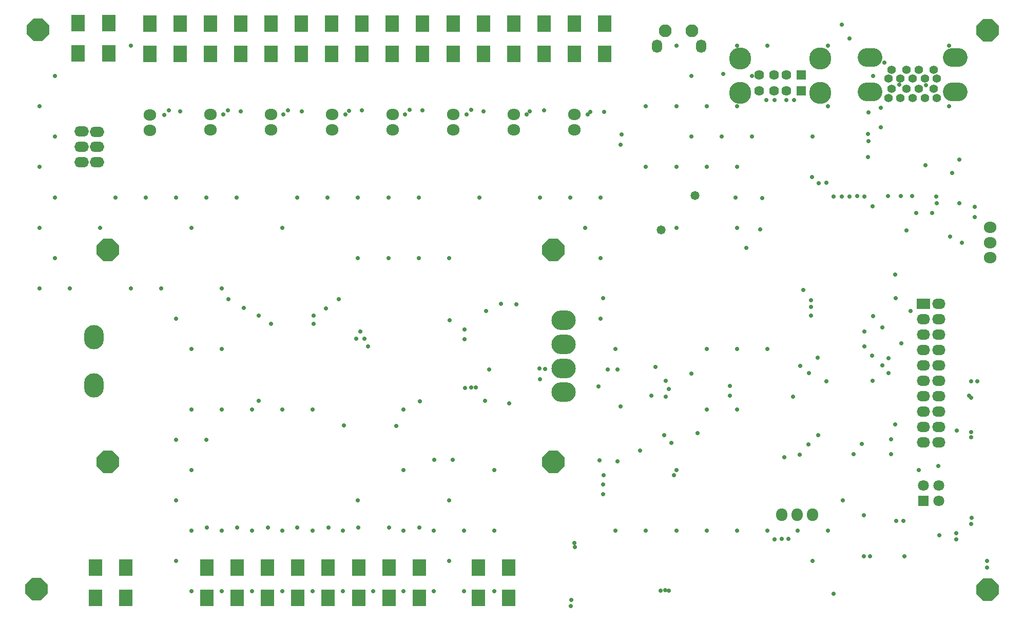
<source format=gbs>
G04 Layer_Color=16711935*
%FSTAX24Y24*%
%MOIN*%
G70*
G01*
G75*
%ADD126P,0.1578X8X22.5*%
%ADD127O,0.0830X0.0730*%
%ADD128O,0.0730X0.0830*%
%ADD129C,0.0710*%
%ADD130R,0.0710X0.0710*%
%ADD131O,0.1280X0.1580*%
%ADD132O,0.1580X0.1280*%
%ADD133P,0.1578X8X22.5*%
%ADD134R,0.0867X0.1064*%
%ADD135O,0.0867X0.0671*%
%ADD136R,0.0867X0.0671*%
%ADD137O,0.0940X0.0680*%
%ADD138C,0.0830*%
%ADD139O,0.0671X0.0867*%
%ADD140C,0.0552*%
%ADD141O,0.1596X0.1222*%
%ADD142C,0.1438*%
%ADD143R,0.0639X0.0639*%
%ADD144C,0.0639*%
%ADD145C,0.0277*%
%ADD146C,0.0580*%
D126*
X192797Y186075D02*
D03*
X192707Y149735D02*
D03*
X254482Y149705D02*
D03*
Y186055D02*
D03*
D127*
X25463Y17326D02*
D03*
Y17225D02*
D03*
Y17127D02*
D03*
X20007Y18056D02*
D03*
Y17955D02*
D03*
X204009Y18058D02*
D03*
Y17957D02*
D03*
X207947Y18058D02*
D03*
Y17957D02*
D03*
X211886Y18058D02*
D03*
Y17957D02*
D03*
X215824Y18058D02*
D03*
Y17957D02*
D03*
X219763Y18058D02*
D03*
Y17957D02*
D03*
X223701Y18058D02*
D03*
Y17957D02*
D03*
X22764Y18058D02*
D03*
Y17957D02*
D03*
D128*
X2431Y15458D02*
D03*
X24209D02*
D03*
X24111D02*
D03*
D129*
X25129Y15648D02*
D03*
Y15548D02*
D03*
X25029Y15648D02*
D03*
D130*
Y15548D02*
D03*
D131*
X196427Y166116D02*
D03*
Y162967D02*
D03*
D132*
X226939Y165652D02*
D03*
Y164093D02*
D03*
Y162534D02*
D03*
Y167219D02*
D03*
D133*
X197333Y171786D02*
D03*
X197333Y158006D02*
D03*
X22627D02*
D03*
Y171786D02*
D03*
D134*
X221406Y149178D02*
D03*
Y151147D02*
D03*
X223375D02*
D03*
Y149178D02*
D03*
X197384Y186512D02*
D03*
X197384Y184543D02*
D03*
X195415D02*
D03*
X195415Y186512D02*
D03*
X196526Y149178D02*
D03*
X196526Y151147D02*
D03*
X198495D02*
D03*
X198495Y149178D02*
D03*
X209909Y184523D02*
D03*
X209909Y186492D02*
D03*
X211877D02*
D03*
X211877Y184523D02*
D03*
X213846D02*
D03*
X213846Y186492D02*
D03*
X20794D02*
D03*
Y184523D02*
D03*
X225657Y184523D02*
D03*
X225657Y186492D02*
D03*
X227625D02*
D03*
X227625Y184523D02*
D03*
X229594D02*
D03*
X229594Y186492D02*
D03*
X223688D02*
D03*
X223688Y184523D02*
D03*
X215814D02*
D03*
X215814Y186492D02*
D03*
X22172D02*
D03*
Y184523D02*
D03*
X219751Y184523D02*
D03*
Y186492D02*
D03*
X217783Y186492D02*
D03*
Y184523D02*
D03*
X200066Y184523D02*
D03*
X200066Y186492D02*
D03*
X205972Y186492D02*
D03*
Y184523D02*
D03*
X204003Y184523D02*
D03*
Y186492D02*
D03*
X202035D02*
D03*
X202035Y184523D02*
D03*
X215587Y151147D02*
D03*
Y149178D02*
D03*
X213619Y149178D02*
D03*
Y151147D02*
D03*
X21165Y151147D02*
D03*
Y149178D02*
D03*
X217556D02*
D03*
X217556Y151147D02*
D03*
X209682D02*
D03*
X209682Y149178D02*
D03*
X203776D02*
D03*
X203776Y151147D02*
D03*
X205745D02*
D03*
X205745Y149178D02*
D03*
X207713D02*
D03*
X207713Y151147D02*
D03*
D135*
X2503Y15928D02*
D03*
Y16028D02*
D03*
Y16128D02*
D03*
Y16228D02*
D03*
Y16328D02*
D03*
Y16428D02*
D03*
Y16528D02*
D03*
Y16628D02*
D03*
Y16728D02*
D03*
X2513Y16828D02*
D03*
Y16728D02*
D03*
Y16628D02*
D03*
Y16528D02*
D03*
Y16428D02*
D03*
Y16328D02*
D03*
Y16228D02*
D03*
Y16128D02*
D03*
Y16028D02*
D03*
Y15928D02*
D03*
D136*
X2503Y16828D02*
D03*
D137*
X19662Y17747D02*
D03*
X19662Y17847D02*
D03*
X19662Y17946D02*
D03*
X19562Y17747D02*
D03*
Y17947D02*
D03*
X19562Y17847D02*
D03*
D138*
X23355Y18603D02*
D03*
X23528D02*
D03*
D139*
X233Y185D02*
D03*
X23587D02*
D03*
D140*
X250387Y181642D02*
D03*
X2496Y181642D02*
D03*
X248813Y181642D02*
D03*
X251175D02*
D03*
X248025D02*
D03*
X249206Y182233D02*
D03*
X249994D02*
D03*
X248222D02*
D03*
X250978D02*
D03*
X250387Y182902D02*
D03*
X2496D02*
D03*
X248813D02*
D03*
X251175D02*
D03*
X248025D02*
D03*
X249206Y183493D02*
D03*
X249994D02*
D03*
X248222D02*
D03*
X250978D02*
D03*
D141*
X252374Y18428D02*
D03*
X246826D02*
D03*
Y182044D02*
D03*
X252374D02*
D03*
D142*
X243587Y184209D02*
D03*
X238413D02*
D03*
Y181973D02*
D03*
X243587D02*
D03*
D143*
X242378Y183142D02*
D03*
X242378Y182111D02*
D03*
D144*
X239622Y183142D02*
D03*
X241394D02*
D03*
X240606D02*
D03*
X241394Y182111D02*
D03*
X240606D02*
D03*
X239622D02*
D03*
D145*
X251969Y185039D02*
D03*
Y181102D02*
D03*
X25Y15748D02*
D03*
X247047Y183071D02*
D03*
X244095Y185039D02*
D03*
Y181102D02*
D03*
X245079Y155512D02*
D03*
X244095Y153543D02*
D03*
X24311Y179134D02*
D03*
X242126Y153543D02*
D03*
X24311Y151575D02*
D03*
X240157Y185039D02*
D03*
Y165354D02*
D03*
Y153543D02*
D03*
X238189Y185039D02*
D03*
X239173Y183071D02*
D03*
X238189Y181102D02*
D03*
X239173Y179134D02*
D03*
X238189Y177165D02*
D03*
Y173228D02*
D03*
Y165354D02*
D03*
Y161417D02*
D03*
Y153543D02*
D03*
X23622Y181102D02*
D03*
X237205Y179134D02*
D03*
X23622Y177165D02*
D03*
Y165354D02*
D03*
Y161417D02*
D03*
Y153543D02*
D03*
X234252Y185039D02*
D03*
X235236Y183071D02*
D03*
X234252Y181102D02*
D03*
X235236Y179134D02*
D03*
X234252Y177165D02*
D03*
Y173228D02*
D03*
Y15748D02*
D03*
Y153543D02*
D03*
X232283Y181102D02*
D03*
Y177165D02*
D03*
Y153543D02*
D03*
X230315Y165354D02*
D03*
Y153543D02*
D03*
X229331Y175197D02*
D03*
X228346Y173228D02*
D03*
X229331Y17126D02*
D03*
Y167323D02*
D03*
X227362Y175197D02*
D03*
X225394D02*
D03*
Y163386D02*
D03*
X222441Y15748D02*
D03*
Y153543D02*
D03*
Y149606D02*
D03*
X221457Y175197D02*
D03*
X220472Y153543D02*
D03*
Y149606D02*
D03*
X219488Y17126D02*
D03*
Y155512D02*
D03*
X218504Y153543D02*
D03*
X219488Y151575D02*
D03*
X218504Y149606D02*
D03*
X21752Y175197D02*
D03*
Y17126D02*
D03*
X216535Y161417D02*
D03*
Y15748D02*
D03*
Y153543D02*
D03*
Y149606D02*
D03*
X215551Y175197D02*
D03*
Y17126D02*
D03*
X214567Y149606D02*
D03*
X213583Y175197D02*
D03*
Y17126D02*
D03*
Y155512D02*
D03*
X212598Y153543D02*
D03*
Y149606D02*
D03*
X211614Y175197D02*
D03*
X21063Y161417D02*
D03*
Y153543D02*
D03*
Y149606D02*
D03*
X209646Y175197D02*
D03*
X208661Y173228D02*
D03*
Y161417D02*
D03*
Y153543D02*
D03*
Y149606D02*
D03*
X206693Y161417D02*
D03*
Y153543D02*
D03*
Y149606D02*
D03*
X205709Y175197D02*
D03*
X204724Y169291D02*
D03*
Y165354D02*
D03*
Y161417D02*
D03*
Y153543D02*
D03*
Y149606D02*
D03*
X20374Y175197D02*
D03*
X202756Y173228D02*
D03*
Y165354D02*
D03*
Y161417D02*
D03*
X20374Y159449D02*
D03*
X202756Y15748D02*
D03*
Y153543D02*
D03*
Y149606D02*
D03*
X201772Y175197D02*
D03*
X200787Y169291D02*
D03*
X201772Y167323D02*
D03*
Y159449D02*
D03*
Y155512D02*
D03*
Y151575D02*
D03*
X198819Y185039D02*
D03*
X199803Y175197D02*
D03*
X198819Y169291D02*
D03*
X197835Y175197D02*
D03*
X19685Y173228D02*
D03*
X194882Y169291D02*
D03*
X193898Y183071D02*
D03*
X192913Y181102D02*
D03*
X193898Y179134D02*
D03*
X192913Y177165D02*
D03*
X193898Y175197D02*
D03*
X192913Y173228D02*
D03*
X193898Y17126D02*
D03*
X192913Y169291D02*
D03*
X25263Y17481D02*
D03*
X24882Y17527D02*
D03*
X25279Y17226D02*
D03*
X25218Y17678D02*
D03*
X25263Y17766D02*
D03*
X24753Y17975D02*
D03*
X2467Y1778D02*
D03*
Y17932D02*
D03*
X25044Y17729D02*
D03*
X24675Y1807D02*
D03*
X24672Y17884D02*
D03*
X25363Y17459D02*
D03*
Y17392D02*
D03*
X249838Y174188D02*
D03*
X25117Y17482D02*
D03*
X24846Y17019D02*
D03*
X24849Y16864D02*
D03*
X24803Y16377D02*
D03*
X24802Y16475D02*
D03*
X24848Y16046D02*
D03*
X24065Y15298D02*
D03*
X24155Y153D02*
D03*
X24643Y15189D02*
D03*
X24642Y15454D02*
D03*
X2411Y153D02*
D03*
X25202Y17264D02*
D03*
X25126Y15775D02*
D03*
X24629Y15918D02*
D03*
X24577Y15853D02*
D03*
X24062Y1815D02*
D03*
X24351Y1761D02*
D03*
X243078Y17653D02*
D03*
X217597Y161963D02*
D03*
X25341Y1596D02*
D03*
X25342Y15437D02*
D03*
X24901Y15419D02*
D03*
X22766Y15248D02*
D03*
X22741Y14865D02*
D03*
X25442Y15114D02*
D03*
X2534Y16324D02*
D03*
X25381D02*
D03*
X24855Y15419D02*
D03*
X25341Y16217D02*
D03*
X25243Y15299D02*
D03*
X25242Y15337D02*
D03*
X23065Y17861D02*
D03*
X2307Y17929D02*
D03*
X24448Y14946D02*
D03*
X23347Y15975D02*
D03*
X23392Y15926D02*
D03*
X23191Y15876D02*
D03*
X23063Y16163D02*
D03*
X22955Y15716D02*
D03*
X23411Y15714D02*
D03*
X22926Y1581D02*
D03*
X22919Y16291D02*
D03*
X25442Y15157D02*
D03*
X21975Y15815D02*
D03*
X2156Y15375D02*
D03*
X21758D02*
D03*
X21268Y16038D02*
D03*
X21855Y15814D02*
D03*
X21606Y16036D02*
D03*
X20376Y15375D02*
D03*
X20575D02*
D03*
X20775D02*
D03*
X20965D02*
D03*
X21166D02*
D03*
X21361D02*
D03*
X20713Y16197D02*
D03*
X24128Y15832D02*
D03*
X22765Y15276D02*
D03*
X23042Y16401D02*
D03*
X2295Y16866D02*
D03*
X23044Y15805D02*
D03*
X22182Y16197D02*
D03*
X2285Y18058D02*
D03*
X21071Y16697D02*
D03*
X207924Y166994D02*
D03*
X2425Y16918D02*
D03*
X23969Y17313D02*
D03*
X249196Y173044D02*
D03*
X25088Y17418D02*
D03*
X25115Y17525D02*
D03*
X24957Y17527D02*
D03*
X25341Y15994D02*
D03*
X25327Y16231D02*
D03*
X25246Y16004D02*
D03*
X25341Y15398D02*
D03*
X22742Y14904D02*
D03*
X25132Y15326D02*
D03*
X24684Y15189D02*
D03*
X24908D02*
D03*
X247772Y183942D02*
D03*
X23731Y18322D02*
D03*
X22455Y18058D02*
D03*
X22093Y18088D02*
D03*
X21694D02*
D03*
X20129Y18085D02*
D03*
X201Y18056D02*
D03*
X20513Y18084D02*
D03*
X20484Y18058D02*
D03*
X20902Y18085D02*
D03*
X20875Y18058D02*
D03*
X21301Y18083D02*
D03*
X21276Y18058D02*
D03*
X21665D02*
D03*
X22063D02*
D03*
X22475Y18078D02*
D03*
X22868Y18076D02*
D03*
X202035Y180765D02*
D03*
X205972Y180772D02*
D03*
X20993Y18077D02*
D03*
X21385Y18084D02*
D03*
X217783Y180863D02*
D03*
X22172Y18079D02*
D03*
X22566Y18084D02*
D03*
X22957Y18075D02*
D03*
Y184499D02*
D03*
X21234Y16858D02*
D03*
X2115Y16799D02*
D03*
X21069Y16751D02*
D03*
X22388Y16824D02*
D03*
X213478Y166002D02*
D03*
X22288Y16829D02*
D03*
X213734Y166466D02*
D03*
X22189Y1678D02*
D03*
X21399Y166D02*
D03*
X214246Y165504D02*
D03*
X20618Y16802D02*
D03*
X20517Y16859D02*
D03*
X23879Y1719D02*
D03*
X24699Y16327D02*
D03*
X24764Y16427D02*
D03*
X24697Y16491D02*
D03*
X24888Y16573D02*
D03*
X24764Y16676D02*
D03*
X24948Y16782D02*
D03*
X23356Y16226D02*
D03*
X23565Y15987D02*
D03*
X2381Y17519D02*
D03*
X23982Y17516D02*
D03*
X24346Y15976D02*
D03*
X24185Y16226D02*
D03*
X23522Y16375D02*
D03*
X24702Y16748D02*
D03*
X2482Y15851D02*
D03*
Y15949D02*
D03*
X2414Y18152D02*
D03*
X24011Y18153D02*
D03*
X24191D02*
D03*
X24399Y17616D02*
D03*
X24647Y17526D02*
D03*
X24753Y18102D02*
D03*
X24873Y1825D02*
D03*
X25048Y18249D02*
D03*
X24801Y17527D02*
D03*
X24699Y17462D02*
D03*
X24599Y17528D02*
D03*
X24549Y17526D02*
D03*
X24499Y17525D02*
D03*
X24448D02*
D03*
X244Y16326D02*
D03*
X24343Y16478D02*
D03*
X24282Y15915D02*
D03*
X24287Y16377D02*
D03*
X2423Y16426D02*
D03*
X24227Y15847D02*
D03*
X24647Y16649D02*
D03*
Y16551D02*
D03*
X20712Y16753D02*
D03*
X2234Y16181D02*
D03*
X245Y18643D02*
D03*
X24551Y1855D02*
D03*
X243Y16853D02*
D03*
X24301Y16808D02*
D03*
X243Y16751D02*
D03*
X23378Y16274D02*
D03*
X23262Y1623D02*
D03*
X23773D02*
D03*
Y16295D02*
D03*
X2221Y16403D02*
D03*
X23353Y149678D02*
D03*
X22951Y15656D02*
D03*
Y15591D02*
D03*
X23377Y14966D02*
D03*
X23325Y14965D02*
D03*
X22536Y164093D02*
D03*
X22572Y16406D02*
D03*
X22979Y16402D02*
D03*
X21953Y1672D02*
D03*
X22051Y1666D02*
D03*
X22124Y16286D02*
D03*
X22055Y16283D02*
D03*
X22092Y16284D02*
D03*
X22051Y16598D02*
D03*
X2329Y16417D02*
D03*
X23357Y16328D02*
D03*
D146*
X235482Y175302D02*
D03*
X233255Y173075D02*
D03*
M02*

</source>
